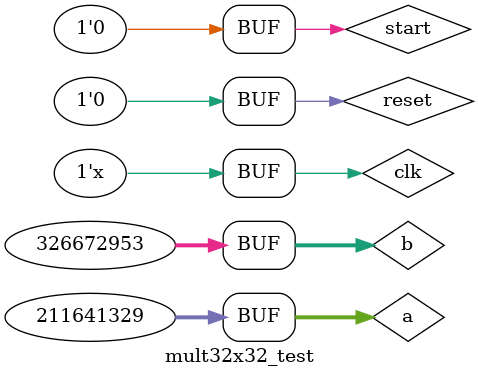
<source format=sv>
module mult32x32_test;

    logic clk;            // Clock
    logic reset;          // Reset
    logic start;          // Start signal
    logic [31:0] a;       // Input a
    logic [31:0] b;       // Input b
    logic busy;           // Multiplier busy indication
    logic [63:0] product; // Miltiplication product

mult32x32 uut (.clk(clk), .reset(reset), .start(start), .a(a), .b(b), .busy(busy), .product(product));

initial begin
	clk = 1'b0;
	reset = 1'b1;
	#35
	reset = 1'b0;
	start = 1'b0;
	a = 32'd211641329;
	b = 32'd326672953;
	#10
	start = 1'b1;
	#10
	start = 1'b0;
end
always begin
	#5
	clk = ~clk;
end

endmodule

</source>
